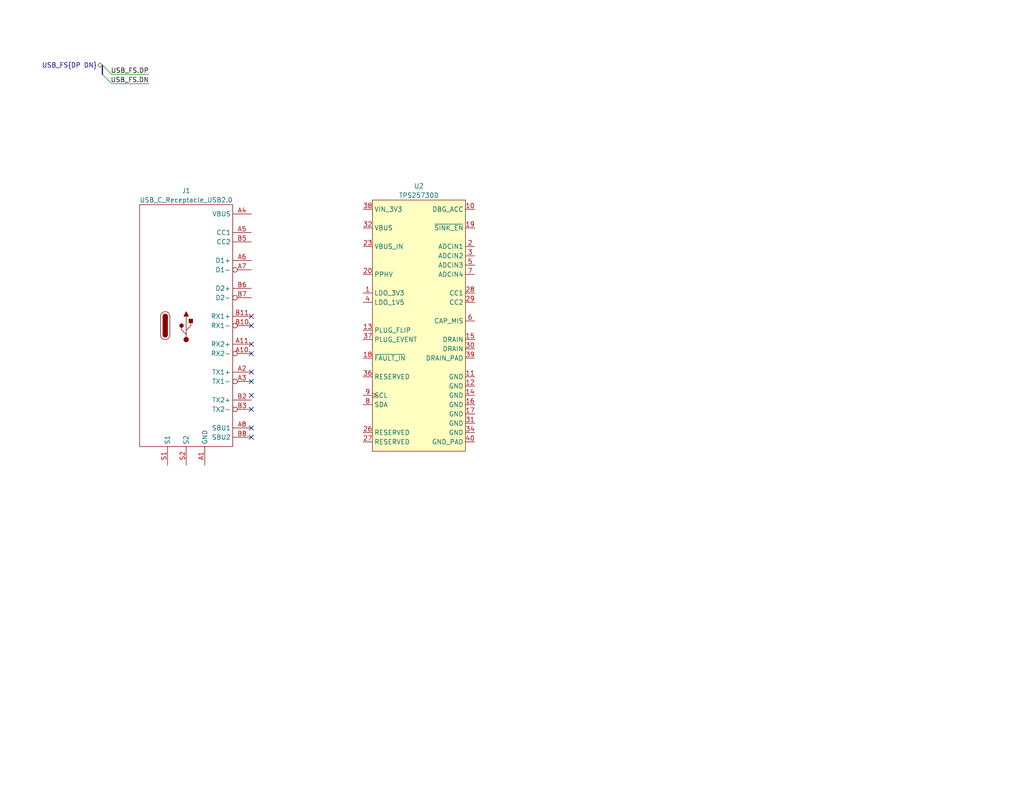
<source format=kicad_sch>
(kicad_sch (version 20250114) (generator "eeschema") (generator_version "9.0")
  (paper "USLetter")
  (title_block (title "USB Hub") (date "2025-02-24") (rev "1") (comment 2 "PROTOTYPE") (comment 3 "2025"))
  (lib_symbols
    (symbol "lib_sch:TPS25730D"
      (property "Reference" "U?" (at 0 38.1 0))
      (property "Value" "TPS25730D" (at 0 35.56 0))
      (symbol "TPS25730D_0_0"
        (pin power_in line (at -15.24 31.75 0) (length 2.54) (name "VIN_3V3") (number "38"))
        (pin power_out line (at -15.24 26.67 0) (length 2.54) (name "VBUS") (number "32"))
        (pin bidirectional line (at -15.24 21.59 0) (length 2.54) (name "VBUS_IN") (number "23"))
        (pin bidirectional line (at -15.24 13.97 0) (length 2.54) (name "PPHV") (number "20"))
        (pin power_out line (at -15.24 8.89 0) (length 2.54) (name "LDO_3V3") (number "1"))
        (pin power_out line (at -15.24 6.35 0) (length 2.54) (name "LDO_1V5") (number "4"))
        (pin output line (at -15.24 -1.27 0) (length 2.54) (name "PLUG_FLIP") (number "13"))
        (pin output line (at -15.24 -3.81 0) (length 2.54) (name "PLUG_EVENT") (number "37"))
        (pin input line (at -15.24 -8.89 0) (length 2.54) (name "~{FAULT_IN}") (number "18"))
        (pin input clock (at -15.24 -19.05 0) (length 2.54) (name "SCL") (number "9"))
        (pin bidirectional line (at -15.24 -21.59 0) (length 2.54) (name "SDA") (number "8"))
        (pin input line (at -15.24 -29.21 0) (length 2.54) (name "RESERVED") (number "26"))
        (pin output line (at 15.24 31.75 180) (length 2.54) (name "DBG_ACC") (number "10"))
        (pin output line (at 15.24 26.67 180) (length 2.54) (name "~{SINK_EN}") (number "19"))
        (pin input line (at 15.24 21.59 180) (length 2.54) (name "ADCIN1") (number "2"))
        (pin input line (at 15.24 19.05 180) (length 2.54) (name "ADCIN2") (number "3"))
        (pin input line (at 15.24 16.51 180) (length 2.54) (name "ADCIN3") (number "5"))
        (pin input line (at 15.24 13.97 180) (length 2.54) (name "ADCIN4") (number "7"))
        (pin bidirectional line (at 15.24 8.89 180) (length 2.54) (name "CC1") (number "28"))
        (pin bidirectional line (at 15.24 6.35 180) (length 2.54) (name "CC2") (number "29"))
        (pin output line (at 15.24 1.27 180) (length 2.54) (name "CAP_MIS") (number "6"))
        (pin passive line (at 15.24 -3.81 180) (length 2.54) (name "DRAIN") (number "15"))
        (pin passive line (at 15.24 -6.35 180) (length 2.54) (name "DRAIN") (number "30"))
        (pin passive line (at 15.24 -8.89 180) (length 2.54) (name "DRAIN_PAD") (number "39"))
        (pin passive line (at 15.24 -13.97 180) (length 2.54) (name "GND") (number "11"))
        (pin passive line (at 15.24 -16.51 180) (length 2.54) (name "GND") (number "12"))
        (pin passive line (at 15.24 -19.05 180) (length 2.54) (name "GND") (number "14"))
        (pin passive line (at 15.24 -21.59 180) (length 2.54) (name "GND") (number "16"))
        (pin passive line (at 15.24 -24.13 180) (length 2.54) (name "GND") (number "17"))
        (pin passive line (at 15.24 -26.67 180) (length 2.54) (name "GND") (number "31"))
        (pin passive line (at 15.24 -29.21 180) (length 2.54) (name "GND") (number "34"))
        (pin passive line (at 15.24 -31.75 180) (length 2.54) (name "GND_PAD") (number "40"))
      )
      (symbol "TPS25730D_1_0"
        (pin power_out line (at -15.24 26.67 0) (length 2.54) (hide yes) (name "VBUS") (number "33"))
        (pin bidirectional line (at -15.24 21.59 0) (length 2.54) (hide yes) (name "VBUS_IN") (number "24"))
        (pin bidirectional line (at -15.24 21.59 0) (length 2.54) (hide yes) (name "VBUS_IN") (number "25"))
        (pin bidirectional line (at -15.24 13.97 0) (length 2.54) (hide yes) (name "PPHV") (number "21"))
        (pin bidirectional line (at -15.24 13.97 0) (length 2.54) (hide yes) (name "PPHV") (number "22"))
        (pin input line (at -15.24 -13.97 0) (length 2.54) (name "RESERVED") (number "36"))
        (pin input line (at -15.24 -31.75 0) (length 2.54) (name "RESERVED") (number "27"))
        (pin passive line (at 15.24 -29.21 180) (length 2.54) (hide yes) (name "GND") (number "35"))
      )
      (symbol "TPS25730D_1_1"
        (rectangle (start -12.7 34.29) (end 12.7 -34.29) (fill (type background)))
      )
    )
    (symbol "lib_sch:USB_C_Receptacle_24P"
      (property "Reference" "J?" (at 0 36.83 0))
      (property "Value" "USB_C_Receptacle_USB2.0" (at 0 34.29 0))
      (symbol "USB_C_Receptacle_24P_1_0"
        (pin passive line (at -5.08 -38.1 90) (length 5.08) (name "S1") (number "S1"))
        (pin passive line (at 0 -38.1 90) (length 5.08) (name "S2") (number "S2"))
        (pin passive line (at 5.08 -38.1 90) (length 5.08) (name "GND") (number "A1"))
        (pin passive line (at 5.08 -38.1 90) (length 5.08) (hide yes) (name "GND") (number "A12"))
        (pin passive line (at 5.08 -38.1 90) (length 5.08) (hide yes) (name "GND") (number "B1"))
        (pin passive line (at 5.08 -38.1 90) (length 5.08) (hide yes) (name "GND") (number "B12"))
        (pin power_out line (at 17.78 30.48 180) (length 5.08) (name "VBUS") (number "A4"))
        (pin power_out line (at 17.78 30.48 180) (length 5.08) (hide yes) (name "VBUS") (number "A9"))
        (pin power_out line (at 17.78 30.48 180) (length 5.08) (hide yes) (name "VBUS") (number "B4"))
        (pin power_out line (at 17.78 30.48 180) (length 5.08) (hide yes) (name "VBUS") (number "B9"))
        (pin passive line (at 17.78 25.4 180) (length 5.08) (name "CC1") (number "A5"))
        (pin passive line (at 17.78 22.86 180) (length 5.08) (name "CC2") (number "B5"))
        (pin bidirectional line (at 17.78 17.78 180) (length 5.08) (name "D1+") (number "A6"))
        (pin bidirectional inverted (at 17.78 15.24 180) (length 5.08) (name "D1-") (number "A7"))
        (pin bidirectional line (at 17.78 10.16 180) (length 5.08) (name "D2+") (number "B6"))
        (pin bidirectional inverted (at 17.78 7.62 180) (length 5.08) (name "D2-") (number "B7"))
        (pin input line (at 17.78 2.54 180) (length 5.08) (name "RX1+") (number "B11"))
        (pin input inverted (at 17.78 0 180) (length 5.08) (name "RX1-") (number "B10"))
        (pin input line (at 17.78 -5.08 180) (length 5.08) (name "RX2+") (number "A11"))
        (pin input inverted (at 17.78 -7.62 180) (length 5.08) (name "RX2-") (number "A10"))
        (pin output line (at 17.78 -12.7 180) (length 5.08) (name "TX1+") (number "A2"))
        (pin output inverted (at 17.78 -15.24 180) (length 5.08) (name "TX1-") (number "A3"))
        (pin output line (at 17.78 -20.32 180) (length 5.08) (name "TX2+") (number "B2"))
        (pin output inverted (at 17.78 -22.86 180) (length 5.08) (name "TX2-") (number "B3"))
        (pin bidirectional line (at 17.78 -27.94 180) (length 5.08) (name "SBU1") (number "A8"))
        (pin bidirectional line (at 17.78 -30.48 180) (length 5.08) (name "SBU2") (number "B8"))
      )
      (symbol "USB_C_Receptacle_24P_1_1"
        (rectangle (start -12.7 33.02) (end 12.7 -33.02))
        (polyline (pts (xy -6.985 2.54) (xy -6.985 -2.54)))
        (rectangle (start -6.35 2.54) (end -5.08 -2.54) (fill (type outline)))
        (arc (start -6.985 2.54) (mid -5.715 3.81) (end -4.445 2.54))
        (circle (center -5.715 2.54) (radius 0.635) (fill (type outline)))
        (circle (center -5.715 -2.54) (radius 0.635) (fill (type outline)))
        (arc (start -4.445 -2.54) (mid -5.715 -3.81) (end -6.985 -2.54))
        (polyline (pts (xy -4.445 2.54) (xy -4.445 -2.54)))
        (circle (center -1.27 0) (radius 0.508) (fill (type outline)))
        (polyline (pts (xy 0 2.54) (xy -0.635 2.54) (xy 0 3.81) (xy 0.635 2.54) (xy 0 2.54)) (fill (type outline)))
        (polyline (pts (xy 0 -1.27) (xy 1.27 0) (xy 1.27 0.635)))
        (polyline (pts (xy 0 -2.413) (xy -1.27 -1.143) (xy -1.27 -0.508)))
        (polyline (pts (xy 0 -3.175) (xy 0 2.54)))
        (circle (center 0 -3.81) (radius 0.635) (fill (type outline)))
        (rectangle (start 0.762 1.778) (end 1.778 0.762) (fill (type outline)))
      )
    )
  )
  (no_connect (at 68.58 119.38))
  (no_connect (at 68.58 107.95))
  (no_connect (at 68.58 116.84))
  (no_connect (at 68.58 88.9))
  (no_connect (at 68.58 86.36))
  (no_connect (at 68.58 96.52))
  (no_connect (at 68.58 104.14))
  (no_connect (at 68.58 93.98))
  (no_connect (at 68.58 101.6))
  (no_connect (at 68.58 111.76))
  (bus_entry (at 30.48 22.86) (size -2.54 -2.54))
  (bus_entry (at 30.48 20.32) (size -2.54 -2.54))
  (bus (pts (xy 27.94 17.78) (xy 27.94 20.32)))
  (wire (pts (xy 40.64 20.32) (xy 30.48 20.32)))
  (wire (pts (xy 40.64 22.86) (xy 30.48 22.86)))
  (label "USB_FS.DN" (at 40.64 22.86 180))
  (label "USB_FS.DP" (at 40.64 20.32 180))
  (hierarchical_label "USB_FS{DP DN}" (shape bidirectional) (at 27.94 17.78 180))
  (symbol (lib_id "lib_sch:USB_C_Receptacle_24P") (at 50.8 88.9 0) (unit 1)
    (property "Reference" "J1" (at 50.8 52.07 0))
    (property "Value" "USB_C_Receptacle_USB2.0" (at 50.8 54.61 0))
  )
  (symbol (lib_id "lib_sch:TPS25730D") (at 114.3 88.9 0) (unit 1)
    (property "Reference" "U2" (at 114.3 50.8 0))
    (property "Value" "TPS25730D" (at 114.3 53.34 0))
    (property "Description" "USB Type-C and USB PD Controller with Integrated Power Switches" (effects (hide yes)))
    (property "Manufacturer" "Texas Instruments" (effects (hide yes)))
  )
)
</source>
